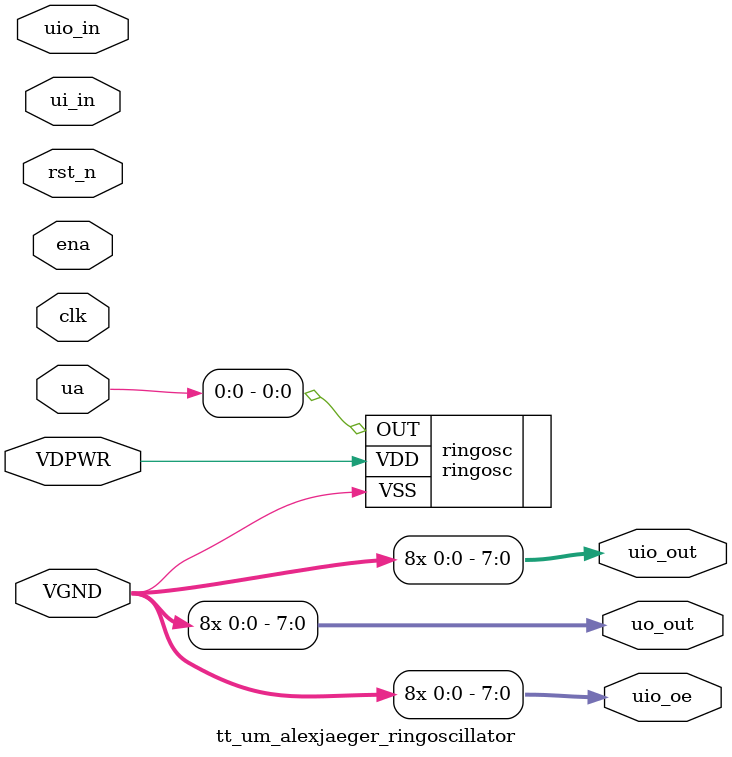
<source format=v>
/*
 * Copyright (c) 2024 Your Name
 * SPDX-License-Identifier: Apache-2.0
 */

`default_nettype none

module tt_um_alexjaeger_ringoscillator (
    input  wire       VGND,
    input  wire       VDPWR,    // 1.8v power supply
//    input  wire       VAPWR,    // 3.3v power supply
    input  wire [7:0] ui_in,    // Dedicated inputs
    output wire [7:0] uo_out,   // Dedicated outputs
    input  wire [7:0] uio_in,   // IOs: Input path
    output wire [7:0] uio_out,  // IOs: Output path
    output wire [7:0] uio_oe,   // IOs: Enable path (active high: 0=input, 1=output)
    inout  wire [7:0] ua,       // Analog pins, only ua[5:0] can be used
    input  wire       ena,      // always 1 when the design is powered, so you can ignore it
    input  wire       clk,      // clock
    input  wire       rst_n     // reset_n - low to reset
);


ringosc ringosc (
	.VDD(VDPWR),
	.VSS(VGND),
	.OUT(ua[0])
);
		
assign uo_out[0] = VGND;
assign uo_out[1] = VGND;
assign uo_out[2] = VGND;
assign uo_out[3] = VGND;
assign uo_out[4] = VGND;
assign uo_out[5] = VGND;
assign uo_out[6] = VGND;
assign uo_out[7] = VGND;

assign uio_out[0] = VGND;
assign uio_out[1] = VGND;
assign uio_out[2] = VGND;
assign uio_out[3] = VGND;
assign uio_out[4] = VGND;
assign uio_out[5] = VGND;
assign uio_out[6] = VGND;
assign uio_out[7] = VGND;

assign uio_oe[0] = VGND;
assign uio_oe[1] = VGND;
assign uio_oe[2] = VGND;
assign uio_oe[3] = VGND;
assign uio_oe[4] = VGND;
assign uio_oe[5] = VGND;
assign uio_oe[6] = VGND;
assign uio_oe[7] = VGND;


endmodule

</source>
